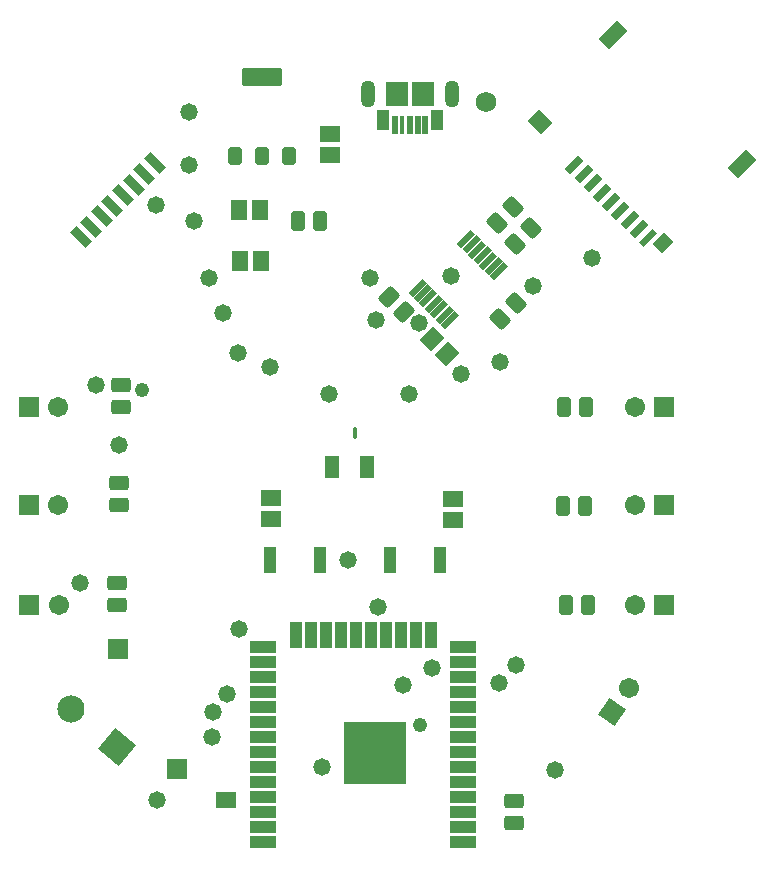
<source format=gbr>
%TF.GenerationSoftware,Altium Limited,Altium Designer,20.0.13 (296)*%
G04 Layer_Color=8388736*
%FSLAX45Y45*%
%MOMM*%
%TF.FileFunction,Soldermask,Top*%
%TF.Part,Single*%
G01*
G75*
%TA.AperFunction,SMDPad,CuDef*%
G04:AMPARAMS|DCode=22|XSize=0.7mm|YSize=1.6mm|CornerRadius=0mm|HoleSize=0mm|Usage=FLASHONLY|Rotation=135.000|XOffset=0mm|YOffset=0mm|HoleType=Round|Shape=Rectangle|*
%AMROTATEDRECTD22*
4,1,4,0.81318,0.31820,-0.31820,-0.81318,-0.81318,-0.31820,0.31820,0.81318,0.81318,0.31820,0.0*
%
%ADD22ROTATEDRECTD22*%

G04:AMPARAMS|DCode=23|XSize=0.5mm|YSize=1.6mm|CornerRadius=0mm|HoleSize=0mm|Usage=FLASHONLY|Rotation=135.000|XOffset=0mm|YOffset=0mm|HoleType=Round|Shape=Rectangle|*
%AMROTATEDRECTD23*
4,1,4,0.74246,0.38891,-0.38891,-0.74246,-0.74246,-0.38891,0.38891,0.74246,0.74246,0.38891,0.0*
%
%ADD23ROTATEDRECTD23*%

G04:AMPARAMS|DCode=24|XSize=1.1mm|YSize=1.4mm|CornerRadius=0mm|HoleSize=0mm|Usage=FLASHONLY|Rotation=135.000|XOffset=0mm|YOffset=0mm|HoleType=Round|Shape=Rectangle|*
%AMROTATEDRECTD24*
4,1,4,0.88388,0.10607,-0.10607,-0.88388,-0.88388,-0.10607,0.10607,0.88388,0.88388,0.10607,0.0*
%
%ADD24ROTATEDRECTD24*%

G04:AMPARAMS|DCode=25|XSize=1.2mm|YSize=2.2mm|CornerRadius=0mm|HoleSize=0mm|Usage=FLASHONLY|Rotation=135.000|XOffset=0mm|YOffset=0mm|HoleType=Round|Shape=Rectangle|*
%AMROTATEDRECTD25*
4,1,4,1.20208,0.35355,-0.35355,-1.20208,-1.20208,-0.35355,0.35355,1.20208,1.20208,0.35355,0.0*
%
%ADD25ROTATEDRECTD25*%

G04:AMPARAMS|DCode=26|XSize=1.6mm|YSize=1.4mm|CornerRadius=0mm|HoleSize=0mm|Usage=FLASHONLY|Rotation=135.000|XOffset=0mm|YOffset=0mm|HoleType=Round|Shape=Rectangle|*
%AMROTATEDRECTD26*
4,1,4,1.06066,-0.07071,0.07071,-1.06066,-1.06066,0.07071,-0.07071,1.06066,1.06066,-0.07071,0.0*
%
%ADD26ROTATEDRECTD26*%

%ADD78R,1.36320X1.67320*%
%ADD80R,1.67320X1.36320*%
%TA.AperFunction,ComponentPad*%
%ADD81P,2.42000X4X280.0*%
%ADD82C,1.71120*%
%TA.AperFunction,ViaPad*%
%ADD83C,1.72720*%
%TA.AperFunction,ComponentPad*%
G04:AMPARAMS|DCode=84|XSize=1.8032mm|YSize=0.8032mm|CornerRadius=0mm|HoleSize=0mm|Usage=FLASHONLY|Rotation=135.000|XOffset=0mm|YOffset=0mm|HoleType=Round|Shape=Rectangle|*
%AMROTATEDRECTD84*
4,1,4,0.92150,-0.35356,0.35356,-0.92150,-0.92150,0.35356,-0.35356,0.92150,0.92150,-0.35356,0.0*
%
%ADD84ROTATEDRECTD84*%

%ADD85R,1.71120X1.71120*%
%TA.AperFunction,SMDPad,CuDef*%
%ADD86R,2.20320X1.10320*%
%TA.AperFunction,ComponentPad*%
%ADD87R,1.70320X1.70320*%
%ADD88O,1.25320X2.30320*%
%TA.AperFunction,SMDPad,CuDef*%
%ADD89R,1.17320X1.93320*%
%TA.AperFunction,ComponentPad*%
%ADD90R,1.70320X1.70320*%
%ADD91R,1.70320X1.45320*%
%ADD92C,2.30320*%
%ADD93P,3.25722X4X185.0*%
%TA.AperFunction,ViaPad*%
%ADD94C,1.47320*%
%ADD95C,1.21920*%
%TA.AperFunction,SMDPad,CuDef*%
G04:AMPARAMS|DCode=102|XSize=1.0632mm|YSize=0.3232mm|CornerRadius=0.1316mm|HoleSize=0mm|Usage=FLASHONLY|Rotation=90.000|XOffset=0mm|YOffset=0mm|HoleType=Round|Shape=RoundedRectangle|*
%AMROUNDEDRECTD102*
21,1,1.06320,0.06000,0,0,90.0*
21,1,0.80000,0.32320,0,0,90.0*
1,1,0.26320,0.03000,0.40000*
1,1,0.26320,0.03000,-0.40000*
1,1,0.26320,-0.03000,-0.40000*
1,1,0.26320,-0.03000,0.40000*
%
%ADD102ROUNDEDRECTD102*%
%ADD103R,1.10320X2.20320*%
%ADD104R,5.28320X5.28320*%
%ADD105R,1.10320X1.65320*%
%ADD106R,1.95320X2.10320*%
%ADD107R,0.60320X1.60320*%
%ADD108R,0.40320X1.60320*%
%ADD109R,0.50320X1.60320*%
G04:AMPARAMS|DCode=110|XSize=1.1332mm|YSize=1.5132mm|CornerRadius=0.17135mm|HoleSize=0mm|Usage=FLASHONLY|Rotation=0.000|XOffset=0mm|YOffset=0mm|HoleType=Round|Shape=RoundedRectangle|*
%AMROUNDEDRECTD110*
21,1,1.13320,1.17050,0,0,0.0*
21,1,0.79050,1.51320,0,0,0.0*
1,1,0.34270,0.39525,-0.58525*
1,1,0.34270,-0.39525,-0.58525*
1,1,0.34270,-0.39525,0.58525*
1,1,0.34270,0.39525,0.58525*
%
%ADD110ROUNDEDRECTD110*%
G04:AMPARAMS|DCode=111|XSize=3.4432mm|YSize=1.5132mm|CornerRadius=0.19985mm|HoleSize=0mm|Usage=FLASHONLY|Rotation=0.000|XOffset=0mm|YOffset=0mm|HoleType=Round|Shape=RoundedRectangle|*
%AMROUNDEDRECTD111*
21,1,3.44320,1.11350,0,0,0.0*
21,1,3.04350,1.51320,0,0,0.0*
1,1,0.39970,1.52175,-0.55675*
1,1,0.39970,-1.52175,-0.55675*
1,1,0.39970,-1.52175,0.55675*
1,1,0.39970,1.52175,0.55675*
%
%ADD111ROUNDEDRECTD111*%
G04:AMPARAMS|DCode=112|XSize=1.6764mm|YSize=0.5588mm|CornerRadius=0mm|HoleSize=0mm|Usage=FLASHONLY|Rotation=225.000|XOffset=0mm|YOffset=0mm|HoleType=Round|Shape=Rectangle|*
%AMROTATEDRECTD112*
4,1,4,0.39513,0.79026,0.79026,0.39513,-0.39513,-0.79026,-0.79026,-0.39513,0.39513,0.79026,0.0*
%
%ADD112ROTATEDRECTD112*%

G04:AMPARAMS|DCode=113|XSize=1.2032mm|YSize=1.6232mm|CornerRadius=0.2266mm|HoleSize=0mm|Usage=FLASHONLY|Rotation=45.000|XOffset=0mm|YOffset=0mm|HoleType=Round|Shape=RoundedRectangle|*
%AMROUNDEDRECTD113*
21,1,1.20320,1.17000,0,0,45.0*
21,1,0.75000,1.62320,0,0,45.0*
1,1,0.45320,0.67883,-0.14849*
1,1,0.45320,0.14849,-0.67883*
1,1,0.45320,-0.67883,0.14849*
1,1,0.45320,-0.14849,0.67883*
%
%ADD113ROUNDEDRECTD113*%
G04:AMPARAMS|DCode=114|XSize=1.2032mm|YSize=1.6232mm|CornerRadius=0.2266mm|HoleSize=0mm|Usage=FLASHONLY|Rotation=135.000|XOffset=0mm|YOffset=0mm|HoleType=Round|Shape=RoundedRectangle|*
%AMROUNDEDRECTD114*
21,1,1.20320,1.17000,0,0,135.0*
21,1,0.75000,1.62320,0,0,135.0*
1,1,0.45320,0.14849,0.67883*
1,1,0.45320,0.67883,0.14849*
1,1,0.45320,-0.14849,-0.67883*
1,1,0.45320,-0.67883,-0.14849*
%
%ADD114ROUNDEDRECTD114*%
G04:AMPARAMS|DCode=115|XSize=1.3632mm|YSize=1.6732mm|CornerRadius=0mm|HoleSize=0mm|Usage=FLASHONLY|Rotation=135.000|XOffset=0mm|YOffset=0mm|HoleType=Round|Shape=Rectangle|*
%AMROTATEDRECTD115*
4,1,4,1.07353,0.10960,-0.10960,-1.07353,-1.07353,-0.10960,0.10960,1.07353,1.07353,0.10960,0.0*
%
%ADD115ROTATEDRECTD115*%

G04:AMPARAMS|DCode=116|XSize=1.2032mm|YSize=1.6232mm|CornerRadius=0.2266mm|HoleSize=0mm|Usage=FLASHONLY|Rotation=90.000|XOffset=0mm|YOffset=0mm|HoleType=Round|Shape=RoundedRectangle|*
%AMROUNDEDRECTD116*
21,1,1.20320,1.17000,0,0,90.0*
21,1,0.75000,1.62320,0,0,90.0*
1,1,0.45320,0.58500,0.37500*
1,1,0.45320,0.58500,-0.37500*
1,1,0.45320,-0.58500,-0.37500*
1,1,0.45320,-0.58500,0.37500*
%
%ADD116ROUNDEDRECTD116*%
G04:AMPARAMS|DCode=117|XSize=1.2032mm|YSize=1.6232mm|CornerRadius=0.2266mm|HoleSize=0mm|Usage=FLASHONLY|Rotation=0.000|XOffset=0mm|YOffset=0mm|HoleType=Round|Shape=RoundedRectangle|*
%AMROUNDEDRECTD117*
21,1,1.20320,1.17000,0,0,0.0*
21,1,0.75000,1.62320,0,0,0.0*
1,1,0.45320,0.37500,-0.58500*
1,1,0.45320,-0.37500,-0.58500*
1,1,0.45320,-0.37500,0.58500*
1,1,0.45320,0.37500,0.58500*
%
%ADD117ROUNDEDRECTD117*%
%ADD118R,1.00320X2.20320*%
D22*
X12321586Y11114994D02*
D03*
X12399366Y11037209D02*
D03*
X12477151Y10959429D02*
D03*
X12554930Y10881650D02*
D03*
X12632710Y10803865D02*
D03*
X12710495Y10726085D02*
D03*
X12788275Y10648305D02*
D03*
X12866055Y10570520D02*
D03*
D23*
X12943840Y10492740D02*
D03*
D24*
X13071120Y10450312D02*
D03*
D25*
X13742868Y11122066D02*
D03*
X12646853Y12218081D02*
D03*
D26*
X12031670Y11475618D02*
D03*
D78*
X9490339Y10304780D02*
D03*
X9666341D02*
D03*
X9484360Y10734040D02*
D03*
X9660362D02*
D03*
D80*
X10248900Y11197219D02*
D03*
Y11373221D02*
D03*
X9753600Y8116199D02*
D03*
Y8292201D02*
D03*
X11295380Y8108579D02*
D03*
Y8284581D02*
D03*
D81*
X12640427Y6480917D02*
D03*
D82*
X12783820Y6685707D02*
D03*
X12830998Y9067800D02*
D03*
X12834082Y8238058D02*
D03*
X12830998Y7391400D02*
D03*
X7950738Y9067800D02*
D03*
X7950200Y8232140D02*
D03*
X7955280Y7386320D02*
D03*
D83*
X11574780Y11650980D02*
D03*
D84*
X8320136Y10679796D02*
D03*
X8409940Y10769600D02*
D03*
X8499744Y10859404D02*
D03*
X8589543Y10949203D02*
D03*
X8679348Y11039008D02*
D03*
X8769152Y11128812D02*
D03*
X8230321Y10589981D02*
D03*
X8142331Y10501991D02*
D03*
D85*
X13081000Y9067800D02*
D03*
X13084077Y8238058D02*
D03*
X13081000Y7391400D02*
D03*
X7700742Y9067800D02*
D03*
X7700198Y8232140D02*
D03*
X7705278Y7386320D02*
D03*
D86*
X11382405Y7035541D02*
D03*
Y6908541D02*
D03*
Y6654541D02*
D03*
Y6527541D02*
D03*
Y6400541D02*
D03*
Y6146541D02*
D03*
Y6019541D02*
D03*
Y5892541D02*
D03*
Y5765541D02*
D03*
Y5638541D02*
D03*
Y5511541D02*
D03*
Y5384541D02*
D03*
X9682404Y7035541D02*
D03*
Y6908541D02*
D03*
Y6781541D02*
D03*
Y6654541D02*
D03*
Y6527541D02*
D03*
Y6400541D02*
D03*
Y6273541D02*
D03*
Y6146541D02*
D03*
Y6019541D02*
D03*
Y5892541D02*
D03*
Y5765541D02*
D03*
Y5638541D02*
D03*
Y5511541D02*
D03*
Y5384541D02*
D03*
X11382405Y6273541D02*
D03*
Y6781541D02*
D03*
D87*
X8458200Y7015480D02*
D03*
D88*
X10572760Y11714998D02*
D03*
X11287760D02*
D03*
D89*
X10270399Y8559800D02*
D03*
X10566400D02*
D03*
D90*
X8953500Y5999480D02*
D03*
D91*
X9374480Y5742280D02*
D03*
D92*
X8063489Y6510696D02*
D03*
D93*
X8446511Y6189304D02*
D03*
D94*
X8790331Y5737156D02*
D03*
X9101379Y10638020D02*
D03*
X8775700Y10777220D02*
D03*
X11973560Y10093960D02*
D03*
X12473188Y10329448D02*
D03*
X9471660Y9519920D02*
D03*
X9481820Y7185660D02*
D03*
X9350015Y9857668D02*
D03*
X9380220Y6631940D02*
D03*
X9225280Y10157460D02*
D03*
X9253479Y6273541D02*
D03*
X9262229Y6480805D02*
D03*
X9057640Y11559540D02*
D03*
X9055100Y11117580D02*
D03*
X11275060Y10175240D02*
D03*
X10591800Y10160000D02*
D03*
X11689080Y9446260D02*
D03*
X11008360Y9776460D02*
D03*
X10657840Y7371080D02*
D03*
X10871200Y6713220D02*
D03*
X11681440Y6731000D02*
D03*
X11112500Y6855460D02*
D03*
X10640060Y9799320D02*
D03*
X10403840Y7769860D02*
D03*
X8135620Y7578882D02*
D03*
X8465820Y8742680D02*
D03*
X8270240Y9250202D02*
D03*
X10924540Y9171940D02*
D03*
X9745980Y9403080D02*
D03*
X10243820Y9174480D02*
D03*
X12153900Y5994400D02*
D03*
X11823700Y6878320D02*
D03*
X11358880Y9347200D02*
D03*
X10185400Y6014720D02*
D03*
D95*
X8661400Y9210040D02*
D03*
X11015980Y6375400D02*
D03*
D102*
X10465999Y8848100D02*
D03*
D103*
X10468905Y7135541D02*
D03*
X10341905D02*
D03*
X10214905D02*
D03*
X10087905D02*
D03*
X9960905D02*
D03*
X10595905D02*
D03*
X10722905D02*
D03*
X10849905D02*
D03*
X10976905D02*
D03*
X11103905D02*
D03*
D104*
X10634005Y6136640D02*
D03*
D105*
X10698262Y11492001D02*
D03*
X11162259D02*
D03*
D106*
X10817758Y11714998D02*
D03*
X11042762D02*
D03*
D107*
X10800258Y11450000D02*
D03*
X10930260D02*
D03*
X11060262D02*
D03*
D108*
X10865261D02*
D03*
D109*
X10995259D02*
D03*
D110*
X9445859Y11189482D02*
D03*
X9674860D02*
D03*
X9903861D02*
D03*
D111*
X9674860Y11858478D02*
D03*
D112*
X11132012Y9938212D02*
D03*
X11270310Y9799919D02*
D03*
X11223615Y9846615D02*
D03*
X11178713Y9891517D02*
D03*
X11085317Y9984913D02*
D03*
X11040415Y10029815D02*
D03*
X10993719Y10076510D02*
D03*
X11406810Y10489601D02*
D03*
X11453505Y10442905D02*
D03*
X11498407Y10398003D02*
D03*
X11545108Y10351308D02*
D03*
X11591803Y10304607D02*
D03*
X11636705Y10259705D02*
D03*
X11683401Y10213010D02*
D03*
D113*
X11826316Y9946716D02*
D03*
X11694084Y9814484D02*
D03*
X11953316Y10581716D02*
D03*
X11821084Y10449484D02*
D03*
X11800916Y10759516D02*
D03*
X11668684Y10627284D02*
D03*
D114*
X10749204Y10000056D02*
D03*
X10881436Y9867824D02*
D03*
D115*
X11116315Y9640565D02*
D03*
X11240765Y9516115D02*
D03*
D116*
X8465820Y8235158D02*
D03*
Y8422162D02*
D03*
X8481060Y9063203D02*
D03*
Y9250202D02*
D03*
X8448040Y7391878D02*
D03*
Y7578882D02*
D03*
X11811000Y5732302D02*
D03*
Y5545303D02*
D03*
D117*
X12233600Y9067800D02*
D03*
X12420600D02*
D03*
X12250898Y7391400D02*
D03*
X12437902D02*
D03*
X12225503Y8229600D02*
D03*
X12412502D02*
D03*
X10170160Y10640060D02*
D03*
X9983160D02*
D03*
D118*
X10166802Y7772400D02*
D03*
X9746798D02*
D03*
X10762798D02*
D03*
X11182802D02*
D03*
%TF.MD5,d90b793d3480cb4fee25173e7dd87623*%
M02*

</source>
